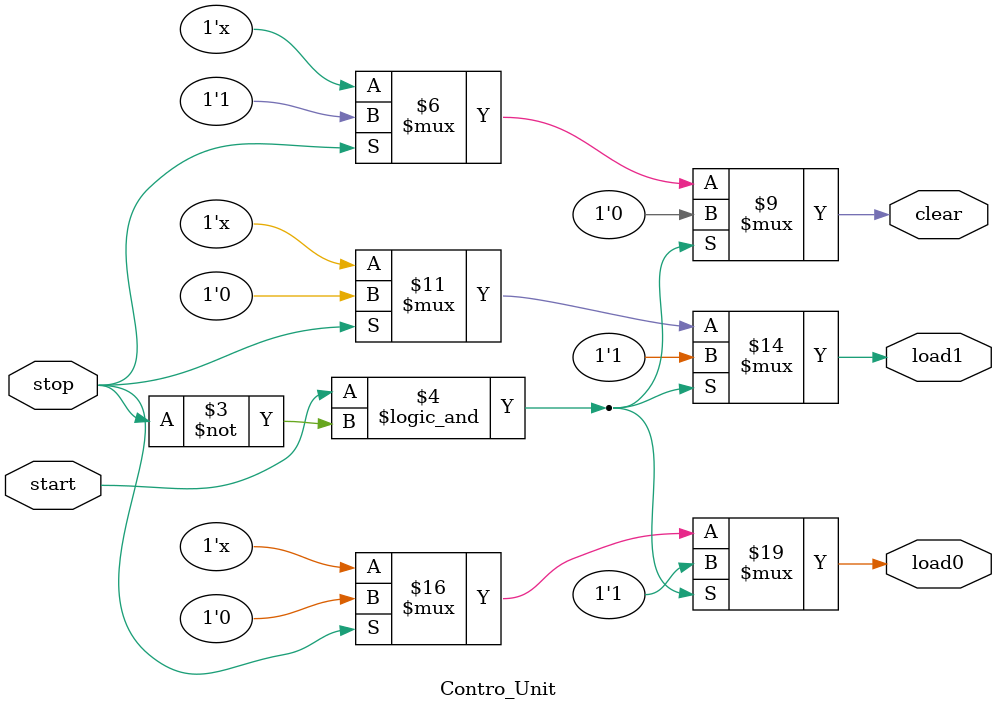
<source format=v>
`timescale 1ns / 1ps


module Contro_Unit(
     input start,
     input stop,
     output reg load0,
     output reg load1,
     output reg clear
    );
    
always@(*)
   begin 
   if (start == 1'b1 && stop == 1'b0)
   begin 
        load0 <= 1'b1;
        load1 <= 1'b1;
        clear <= 1'b0;
    end 
    else if (stop == 1'b1)
    begin 
            load0 <= 1'b0;
            load1 <= 1'b0;
            clear <= 1'b1;
    end 
    end
endmodule

</source>
